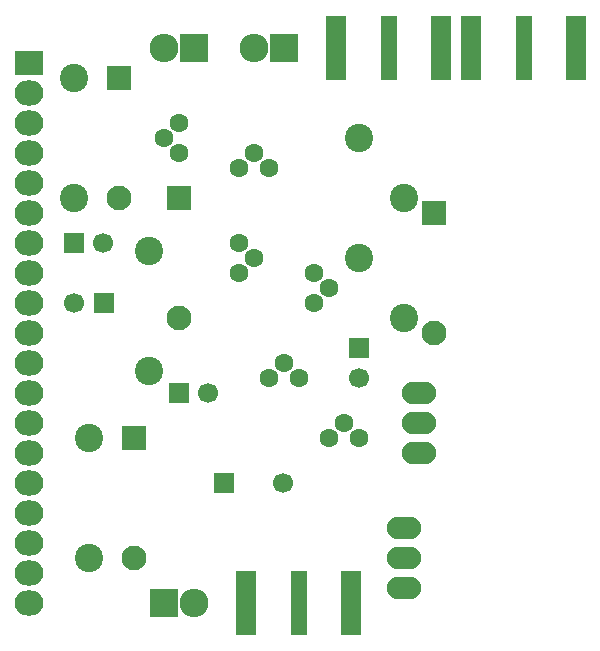
<source format=gts>
G04 #@! TF.FileFunction,Soldermask,Top*
%FSLAX46Y46*%
G04 Gerber Fmt 4.6, Leading zero omitted, Abs format (unit mm)*
G04 Created by KiCad (PCBNEW 4.0.4+e1-6308~48~ubuntu16.04.1-stable) date Fri Nov  4 19:41:06 2016*
%MOMM*%
%LPD*%
G01*
G04 APERTURE LIST*
%ADD10C,0.100000*%
%ADD11R,1.700000X1.700000*%
%ADD12C,1.700000*%
%ADD13R,2.432000X2.432000*%
%ADD14O,2.432000X2.432000*%
%ADD15O,2.899360X1.901140*%
%ADD16R,1.670000X5.480000*%
%ADD17R,1.416000X5.480000*%
%ADD18R,2.432000X2.127200*%
%ADD19O,2.432000X2.127200*%
%ADD20C,2.398980*%
%ADD21C,2.099260*%
%ADD22R,2.099260X2.099260*%
%ADD23C,1.600000*%
G04 APERTURE END LIST*
D10*
D11*
X48260000Y-101600000D03*
D12*
X45760000Y-101600000D03*
D11*
X54610000Y-109220000D03*
D12*
X57110000Y-109220000D03*
D11*
X58420000Y-116840000D03*
D12*
X63420000Y-116840000D03*
D11*
X69850000Y-105410000D03*
D12*
X69850000Y-107910000D03*
D11*
X45720000Y-96520000D03*
D12*
X48220000Y-96520000D03*
D13*
X53340000Y-127000000D03*
D14*
X55880000Y-127000000D03*
D13*
X55880000Y-80010000D03*
D14*
X53340000Y-80010000D03*
D15*
X74930000Y-111760000D03*
X74930000Y-114300000D03*
X74930000Y-109220000D03*
X73660000Y-123190000D03*
X73660000Y-120650000D03*
X73660000Y-125730000D03*
D13*
X63500000Y-80010000D03*
D14*
X60960000Y-80010000D03*
D16*
X76835000Y-80010000D03*
X67945000Y-80010000D03*
D17*
X72390000Y-80010000D03*
D16*
X60325000Y-127000000D03*
X69215000Y-127000000D03*
D17*
X64770000Y-127000000D03*
D16*
X88265000Y-80010000D03*
X79375000Y-80010000D03*
D17*
X83820000Y-80010000D03*
D18*
X41910000Y-81280000D03*
D19*
X41910000Y-83820000D03*
X41910000Y-86360000D03*
X41910000Y-88900000D03*
X41910000Y-91440000D03*
X41910000Y-93980000D03*
X41910000Y-96520000D03*
X41910000Y-99060000D03*
X41910000Y-101600000D03*
X41910000Y-104140000D03*
X41910000Y-106680000D03*
X41910000Y-109220000D03*
X41910000Y-111760000D03*
X41910000Y-114300000D03*
X41910000Y-116840000D03*
X41910000Y-119380000D03*
X41910000Y-121920000D03*
X41910000Y-124460000D03*
X41910000Y-127000000D03*
D20*
X69850000Y-87630000D03*
X69850000Y-97790000D03*
X73660000Y-92710000D03*
X73660000Y-102870000D03*
X46990000Y-113030000D03*
X46990000Y-123190000D03*
X52070000Y-107315000D03*
X52070000Y-97155000D03*
X45720000Y-82550000D03*
X45720000Y-92710000D03*
D21*
X50802540Y-123190520D03*
D22*
X50802540Y-113030520D03*
D21*
X76202540Y-104140520D03*
D22*
X76202540Y-93980520D03*
D21*
X49532540Y-92710520D03*
D22*
X49532540Y-82550520D03*
D21*
X54612540Y-102870520D03*
D22*
X54612540Y-92710520D03*
D23*
X64770000Y-107950000D03*
X63500000Y-106680000D03*
X62230000Y-107950000D03*
X66040000Y-101600000D03*
X67310000Y-100330000D03*
X66040000Y-99060000D03*
X69850000Y-113030000D03*
X68580000Y-111760000D03*
X67310000Y-113030000D03*
X62230000Y-90170000D03*
X60960000Y-88900000D03*
X59690000Y-90170000D03*
X54610000Y-86360000D03*
X53340000Y-87630000D03*
X54610000Y-88900000D03*
X59690000Y-99060000D03*
X60960000Y-97790000D03*
X59690000Y-96520000D03*
M02*

</source>
